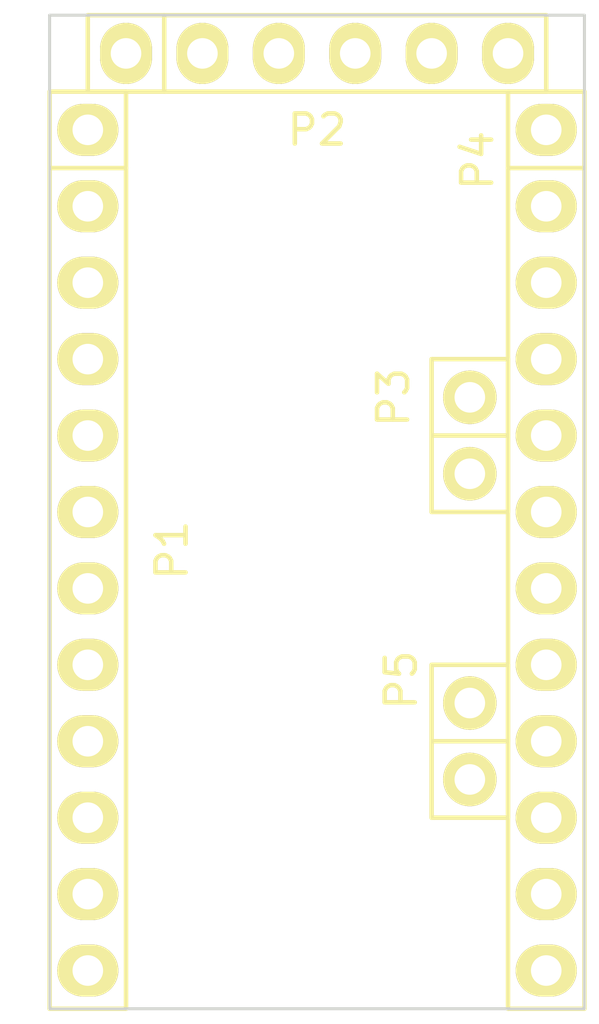
<source format=kicad_pcb>
(kicad_pcb (version 4) (host pcbnew "(2015-03-25 BZR 5536)-product")

  (general
    (links 7)
    (no_connects 7)
    (area 135.660715 80.574999 155.645001 115.015001)
    (thickness 1.6)
    (drawings 11)
    (tracks 0)
    (zones 0)
    (modules 5)
    (nets 28)
  )

  (page A4)
  (title_block
    (date "sam. 04 avril 2015")
  )

  (layers
    (0 F.Cu signal)
    (31 B.Cu signal)
    (32 B.Adhes user)
    (33 F.Adhes user)
    (34 B.Paste user)
    (35 F.Paste user)
    (36 B.SilkS user)
    (37 F.SilkS user)
    (38 B.Mask user)
    (39 F.Mask user)
    (40 Dwgs.User user)
    (41 Cmts.User user)
    (42 Eco1.User user)
    (43 Eco2.User user)
    (44 Edge.Cuts user)
    (45 Margin user)
    (46 B.CrtYd user)
    (47 F.CrtYd user)
    (48 B.Fab user)
    (49 F.Fab user)
  )

  (setup
    (last_trace_width 0.25)
    (trace_clearance 0.2)
    (zone_clearance 0.508)
    (zone_45_only no)
    (trace_min 0.2)
    (segment_width 0.15)
    (edge_width 0.1)
    (via_size 0.6)
    (via_drill 0.4)
    (via_min_size 0.4)
    (via_min_drill 0.3)
    (uvia_size 0.3)
    (uvia_drill 0.1)
    (uvias_allowed no)
    (uvia_min_size 0.2)
    (uvia_min_drill 0.1)
    (pcb_text_width 0.3)
    (pcb_text_size 1.5 1.5)
    (mod_edge_width 0.15)
    (mod_text_size 1 1)
    (mod_text_width 0.15)
    (pad_size 1.5 1.5)
    (pad_drill 0.6)
    (pad_to_mask_clearance 0)
    (aux_axis_origin 137.16 114.3)
    (visible_elements FFFFFF7F)
    (pcbplotparams
      (layerselection 0x00030_80000001)
      (usegerberextensions false)
      (excludeedgelayer true)
      (linewidth 0.100000)
      (plotframeref false)
      (viasonmask false)
      (mode 1)
      (useauxorigin false)
      (hpglpennumber 1)
      (hpglpenspeed 20)
      (hpglpendiameter 15)
      (hpglpenoverlay 2)
      (psnegative false)
      (psa4output false)
      (plotreference true)
      (plotvalue true)
      (plotinvisibletext false)
      (padsonsilk false)
      (subtractmaskfromsilk false)
      (outputformat 1)
      (mirror false)
      (drillshape 1)
      (scaleselection 1)
      (outputdirectory ""))
  )

  (net 0 "")
  (net 1 "/1(Tx)")
  (net 2 "/0(Rx)")
  (net 3 /Reset)
  (net 4 GND)
  (net 5 /2)
  (net 6 "/3(**)")
  (net 7 /4)
  (net 8 "/5(**)")
  (net 9 "/6(**)")
  (net 10 /7)
  (net 11 /8)
  (net 12 "/9(**)")
  (net 13 /DTR)
  (net 14 VCC)
  (net 15 /A5)
  (net 16 /A4)
  (net 17 /RAW)
  (net 18 /A3)
  (net 19 /A2)
  (net 20 /A1)
  (net 21 /A0)
  (net 22 "/13(SCK)")
  (net 23 "/12(MISO)")
  (net 24 "/11(**/MOSI)")
  (net 25 "/10(**/SS)")
  (net 26 /A7)
  (net 27 /A6)

  (net_class Default "This is the default net class."
    (clearance 0.2)
    (trace_width 0.25)
    (via_dia 0.6)
    (via_drill 0.4)
    (uvia_dia 0.3)
    (uvia_drill 0.1)
    (add_net "/0(Rx)")
    (add_net "/1(Tx)")
    (add_net "/10(**/SS)")
    (add_net "/11(**/MOSI)")
    (add_net "/12(MISO)")
    (add_net "/13(SCK)")
    (add_net /2)
    (add_net "/3(**)")
    (add_net /4)
    (add_net "/5(**)")
    (add_net "/6(**)")
    (add_net /7)
    (add_net /8)
    (add_net "/9(**)")
    (add_net /A0)
    (add_net /A1)
    (add_net /A2)
    (add_net /A3)
    (add_net /A4)
    (add_net /A5)
    (add_net /A6)
    (add_net /A7)
    (add_net /DTR)
    (add_net /RAW)
    (add_net /Reset)
    (add_net GND)
    (add_net VCC)
  )

  (module Socket_Arduino_Pro_Mini:Socket_Strip_Arduino_1x12 (layer F.Cu) (tedit 55216A20) (tstamp 552111CC)
    (at 138.43 85.09 270)
    (descr "Through hole socket strip")
    (tags "socket strip")
    (path /552014A1)
    (fp_text reference P1 (at 13.97 -2.794 270) (layer F.SilkS)
      (effects (font (size 1 1) (thickness 0.15)))
    )
    (fp_text value Digital (at 18.034 -2.794 270) (layer F.Fab)
      (effects (font (size 1 1) (thickness 0.15)))
    )
    (fp_line (start 1.27 -1.27) (end -1.27 -1.27) (layer F.SilkS) (width 0.15))
    (fp_line (start -1.27 -1.27) (end -1.27 1.27) (layer F.SilkS) (width 0.15))
    (fp_line (start -1.27 1.27) (end 1.27 1.27) (layer F.SilkS) (width 0.15))
    (fp_line (start -1.75 -1.75) (end -1.75 1.75) (layer F.CrtYd) (width 0.05))
    (fp_line (start 29.7 -1.75) (end 29.7 1.75) (layer F.CrtYd) (width 0.05))
    (fp_line (start -1.75 -1.75) (end 29.7 -1.75) (layer F.CrtYd) (width 0.05))
    (fp_line (start -1.75 1.75) (end 29.7 1.75) (layer F.CrtYd) (width 0.05))
    (fp_line (start 1.27 1.27) (end 29.21 1.27) (layer F.SilkS) (width 0.15))
    (fp_line (start 29.21 1.27) (end 29.21 -1.27) (layer F.SilkS) (width 0.15))
    (fp_line (start 29.21 -1.27) (end 1.27 -1.27) (layer F.SilkS) (width 0.15))
    (fp_line (start 1.27 1.27) (end 1.27 -1.27) (layer F.SilkS) (width 0.15))
    (pad 1 thru_hole oval (at 0 0 270) (size 1.7272 2.032) (drill 1.016) (layers *.Cu *.Mask F.SilkS)
      (net 1 "/1(Tx)"))
    (pad 2 thru_hole oval (at 2.54 0 270) (size 1.7272 2.032) (drill 1.016) (layers *.Cu *.Mask F.SilkS)
      (net 2 "/0(Rx)"))
    (pad 3 thru_hole oval (at 5.08 0 270) (size 1.7272 2.032) (drill 1.016) (layers *.Cu *.Mask F.SilkS)
      (net 3 /Reset))
    (pad 4 thru_hole oval (at 7.62 0 270) (size 1.7272 2.032) (drill 1.016) (layers *.Cu *.Mask F.SilkS)
      (net 4 GND))
    (pad 5 thru_hole oval (at 10.16 0 270) (size 1.7272 2.032) (drill 1.016) (layers *.Cu *.Mask F.SilkS)
      (net 5 /2))
    (pad 6 thru_hole oval (at 12.7 0 270) (size 1.7272 2.032) (drill 1.016) (layers *.Cu *.Mask F.SilkS)
      (net 6 "/3(**)"))
    (pad 7 thru_hole oval (at 15.24 0 270) (size 1.7272 2.032) (drill 1.016) (layers *.Cu *.Mask F.SilkS)
      (net 7 /4))
    (pad 8 thru_hole oval (at 17.78 0 270) (size 1.7272 2.032) (drill 1.016) (layers *.Cu *.Mask F.SilkS)
      (net 8 "/5(**)"))
    (pad 9 thru_hole oval (at 20.32 0 270) (size 1.7272 2.032) (drill 1.016) (layers *.Cu *.Mask F.SilkS)
      (net 9 "/6(**)"))
    (pad 10 thru_hole oval (at 22.86 0 270) (size 1.7272 2.032) (drill 1.016) (layers *.Cu *.Mask F.SilkS)
      (net 10 /7))
    (pad 11 thru_hole oval (at 25.4 0 270) (size 1.7272 2.032) (drill 1.016) (layers *.Cu *.Mask F.SilkS)
      (net 11 /8))
    (pad 12 thru_hole oval (at 27.94 0 270) (size 1.7272 2.032) (drill 1.016) (layers *.Cu *.Mask F.SilkS)
      (net 12 "/9(**)"))
    (model ${KIPRJMOD}/Socket_Arduino_Pro_Mini.3dshapes/Socket_header_Arduino_1x12.wrl
      (at (xyz 0.55 0 0))
      (scale (xyz 1 1 1))
      (rotate (xyz 0 0 180))
    )
  )

  (module Socket_Arduino_Pro_Mini:Socket_Strip_Arduino_1x06 (layer F.Cu) (tedit 55211244) (tstamp 552111E1)
    (at 139.7 82.55)
    (descr "Through hole socket strip")
    (tags "socket strip")
    (path /55201543)
    (fp_text reference P2 (at 6.35 2.54) (layer F.SilkS)
      (effects (font (size 1 1) (thickness 0.15)))
    )
    (fp_text value COM (at 6.35 3.81) (layer F.Fab)
      (effects (font (size 1 1) (thickness 0.15)))
    )
    (fp_line (start 1.27 -1.27) (end -1.27 -1.27) (layer F.SilkS) (width 0.15))
    (fp_line (start -1.27 -1.27) (end -1.27 1.27) (layer F.SilkS) (width 0.15))
    (fp_line (start -1.27 1.27) (end 1.27 1.27) (layer F.SilkS) (width 0.15))
    (fp_line (start -1.75 -1.75) (end -1.75 1.75) (layer F.CrtYd) (width 0.05))
    (fp_line (start 14.45 -1.75) (end 14.45 1.75) (layer F.CrtYd) (width 0.05))
    (fp_line (start -1.75 -1.75) (end 14.45 -1.75) (layer F.CrtYd) (width 0.05))
    (fp_line (start -1.75 1.75) (end 14.45 1.75) (layer F.CrtYd) (width 0.05))
    (fp_line (start 1.27 1.27) (end 13.97 1.27) (layer F.SilkS) (width 0.15))
    (fp_line (start 13.97 1.27) (end 13.97 -1.27) (layer F.SilkS) (width 0.15))
    (fp_line (start 13.97 -1.27) (end 1.27 -1.27) (layer F.SilkS) (width 0.15))
    (fp_line (start 1.27 1.27) (end 1.27 -1.27) (layer F.SilkS) (width 0.15))
    (pad 1 thru_hole oval (at 0 0) (size 1.7272 2.032) (drill 1.016) (layers *.Cu *.Mask F.SilkS)
      (net 13 /DTR))
    (pad 2 thru_hole oval (at 2.54 0) (size 1.7272 2.032) (drill 1.016) (layers *.Cu *.Mask F.SilkS)
      (net 1 "/1(Tx)"))
    (pad 3 thru_hole oval (at 5.08 0) (size 1.7272 2.032) (drill 1.016) (layers *.Cu *.Mask F.SilkS)
      (net 2 "/0(Rx)"))
    (pad 4 thru_hole oval (at 7.62 0) (size 1.7272 2.032) (drill 1.016) (layers *.Cu *.Mask F.SilkS)
      (net 14 VCC))
    (pad 5 thru_hole oval (at 10.16 0) (size 1.7272 2.032) (drill 1.016) (layers *.Cu *.Mask F.SilkS)
      (net 4 GND))
    (pad 6 thru_hole oval (at 12.7 0) (size 1.7272 2.032) (drill 1.016) (layers *.Cu *.Mask F.SilkS)
      (net 4 GND))
  )

  (module Socket_Arduino_Pro_Mini:Socket_Strip_Arduino_1x02 (layer F.Cu) (tedit 55211235) (tstamp 552111F2)
    (at 151.13 93.98 270)
    (descr "Through hole socket strip")
    (tags "socket strip")
    (path /55201A4F)
    (fp_text reference P3 (at 0 2.54 270) (layer F.SilkS)
      (effects (font (size 1 1) (thickness 0.15)))
    )
    (fp_text value ADC (at 2.54 2.54 270) (layer F.Fab)
      (effects (font (size 1 1) (thickness 0.15)))
    )
    (fp_line (start 1.27 -1.27) (end -1.27 -1.27) (layer F.SilkS) (width 0.15))
    (fp_line (start -1.27 -1.27) (end -1.27 1.27) (layer F.SilkS) (width 0.15))
    (fp_line (start -1.27 1.27) (end 1.27 1.27) (layer F.SilkS) (width 0.15))
    (fp_line (start 3.81 1.27) (end 1.27 1.27) (layer F.SilkS) (width 0.15))
    (fp_line (start -1.75 -1.75) (end -1.75 1.75) (layer F.CrtYd) (width 0.05))
    (fp_line (start 4.3 -1.75) (end 4.3 1.75) (layer F.CrtYd) (width 0.05))
    (fp_line (start -1.75 -1.75) (end 4.3 -1.75) (layer F.CrtYd) (width 0.05))
    (fp_line (start -1.75 1.75) (end 4.3 1.75) (layer F.CrtYd) (width 0.05))
    (fp_line (start 1.27 1.27) (end 1.27 -1.27) (layer F.SilkS) (width 0.15))
    (fp_line (start 1.27 -1.27) (end 3.81 -1.27) (layer F.SilkS) (width 0.15))
    (fp_line (start 3.81 -1.27) (end 3.81 1.27) (layer F.SilkS) (width 0.15))
    (pad 1 thru_hole circle (at 0 0 270) (size 1.778 1.778) (drill 1.016) (layers *.Cu *.Mask F.SilkS)
      (net 15 /A5))
    (pad 2 thru_hole circle (at 2.54 0 270) (size 1.778 1.778) (drill 1.016) (layers *.Cu *.Mask F.SilkS)
      (net 16 /A4))
  )

  (module Socket_Arduino_Pro_Mini:Socket_Strip_Arduino_1x12 (layer F.Cu) (tedit 5521133F) (tstamp 5521120D)
    (at 153.67 85.09 270)
    (descr "Through hole socket strip")
    (tags "socket strip")
    (path /552014EF)
    (fp_text reference P4 (at 1.016 2.286 270) (layer F.SilkS)
      (effects (font (size 1 1) (thickness 0.15)))
    )
    (fp_text value Analog (at 4.826 2.54 270) (layer F.Fab)
      (effects (font (size 1 1) (thickness 0.15)))
    )
    (fp_line (start 1.27 -1.27) (end -1.27 -1.27) (layer F.SilkS) (width 0.15))
    (fp_line (start -1.27 -1.27) (end -1.27 1.27) (layer F.SilkS) (width 0.15))
    (fp_line (start -1.27 1.27) (end 1.27 1.27) (layer F.SilkS) (width 0.15))
    (fp_line (start -1.75 -1.75) (end -1.75 1.75) (layer F.CrtYd) (width 0.05))
    (fp_line (start 29.7 -1.75) (end 29.7 1.75) (layer F.CrtYd) (width 0.05))
    (fp_line (start -1.75 -1.75) (end 29.7 -1.75) (layer F.CrtYd) (width 0.05))
    (fp_line (start -1.75 1.75) (end 29.7 1.75) (layer F.CrtYd) (width 0.05))
    (fp_line (start 1.27 1.27) (end 29.21 1.27) (layer F.SilkS) (width 0.15))
    (fp_line (start 29.21 1.27) (end 29.21 -1.27) (layer F.SilkS) (width 0.15))
    (fp_line (start 29.21 -1.27) (end 1.27 -1.27) (layer F.SilkS) (width 0.15))
    (fp_line (start 1.27 1.27) (end 1.27 -1.27) (layer F.SilkS) (width 0.15))
    (pad 1 thru_hole oval (at 0 0 270) (size 1.7272 2.032) (drill 1.016) (layers *.Cu *.Mask F.SilkS)
      (net 17 /RAW))
    (pad 2 thru_hole oval (at 2.54 0 270) (size 1.7272 2.032) (drill 1.016) (layers *.Cu *.Mask F.SilkS)
      (net 4 GND))
    (pad 3 thru_hole oval (at 5.08 0 270) (size 1.7272 2.032) (drill 1.016) (layers *.Cu *.Mask F.SilkS)
      (net 3 /Reset))
    (pad 4 thru_hole oval (at 7.62 0 270) (size 1.7272 2.032) (drill 1.016) (layers *.Cu *.Mask F.SilkS)
      (net 14 VCC))
    (pad 5 thru_hole oval (at 10.16 0 270) (size 1.7272 2.032) (drill 1.016) (layers *.Cu *.Mask F.SilkS)
      (net 18 /A3))
    (pad 6 thru_hole oval (at 12.7 0 270) (size 1.7272 2.032) (drill 1.016) (layers *.Cu *.Mask F.SilkS)
      (net 19 /A2))
    (pad 7 thru_hole oval (at 15.24 0 270) (size 1.7272 2.032) (drill 1.016) (layers *.Cu *.Mask F.SilkS)
      (net 20 /A1))
    (pad 8 thru_hole oval (at 17.78 0 270) (size 1.7272 2.032) (drill 1.016) (layers *.Cu *.Mask F.SilkS)
      (net 21 /A0))
    (pad 9 thru_hole oval (at 20.32 0 270) (size 1.7272 2.032) (drill 1.016) (layers *.Cu *.Mask F.SilkS)
      (net 22 "/13(SCK)"))
    (pad 10 thru_hole oval (at 22.86 0 270) (size 1.7272 2.032) (drill 1.016) (layers *.Cu *.Mask F.SilkS)
      (net 23 "/12(MISO)"))
    (pad 11 thru_hole oval (at 25.4 0 270) (size 1.7272 2.032) (drill 1.016) (layers *.Cu *.Mask F.SilkS)
      (net 24 "/11(**/MOSI)"))
    (pad 12 thru_hole oval (at 27.94 0 270) (size 1.7272 2.032) (drill 1.016) (layers *.Cu *.Mask F.SilkS)
      (net 25 "/10(**/SS)"))
    (model ${KIPRJMOD}/Socket_Arduino_Pro_Mini.3dshapes/Socket_header_Arduino_1x12.wrl
      (at (xyz 0.55 0 0))
      (scale (xyz 1 1 1))
      (rotate (xyz 0 0 180))
    )
  )

  (module Socket_Arduino_Pro_Mini:Socket_Strip_Arduino_1x02 (layer F.Cu) (tedit 55211334) (tstamp 55211431)
    (at 151.13 104.14 270)
    (descr "Through hole socket strip")
    (tags "socket strip")
    (path /552112EB)
    (fp_text reference P5 (at -0.762 2.286 270) (layer F.SilkS)
      (effects (font (size 1 1) (thickness 0.15)))
    )
    (fp_text value ADC (at 2.032 2.286 270) (layer F.Fab)
      (effects (font (size 1 1) (thickness 0.15)))
    )
    (fp_line (start 1.27 -1.27) (end -1.27 -1.27) (layer F.SilkS) (width 0.15))
    (fp_line (start -1.27 -1.27) (end -1.27 1.27) (layer F.SilkS) (width 0.15))
    (fp_line (start -1.27 1.27) (end 1.27 1.27) (layer F.SilkS) (width 0.15))
    (fp_line (start 3.81 1.27) (end 1.27 1.27) (layer F.SilkS) (width 0.15))
    (fp_line (start -1.75 -1.75) (end -1.75 1.75) (layer F.CrtYd) (width 0.05))
    (fp_line (start 4.3 -1.75) (end 4.3 1.75) (layer F.CrtYd) (width 0.05))
    (fp_line (start -1.75 -1.75) (end 4.3 -1.75) (layer F.CrtYd) (width 0.05))
    (fp_line (start -1.75 1.75) (end 4.3 1.75) (layer F.CrtYd) (width 0.05))
    (fp_line (start 1.27 1.27) (end 1.27 -1.27) (layer F.SilkS) (width 0.15))
    (fp_line (start 1.27 -1.27) (end 3.81 -1.27) (layer F.SilkS) (width 0.15))
    (fp_line (start 3.81 -1.27) (end 3.81 1.27) (layer F.SilkS) (width 0.15))
    (pad 1 thru_hole circle (at 0 0 270) (size 1.778 1.778) (drill 1.016) (layers *.Cu *.Mask F.SilkS)
      (net 26 /A7))
    (pad 2 thru_hole circle (at 2.54 0 270) (size 1.778 1.778) (drill 1.016) (layers *.Cu *.Mask F.SilkS)
      (net 27 /A6))
  )

  (gr_text 1 (at 136.525 85.217) (layer Dwgs.User)
    (effects (font (size 1.5 1.5) (thickness 0.3)))
  )
  (gr_line (start 143.51 113.03) (end 143.51 107.95) (angle 90) (layer Dwgs.User) (width 0.15))
  (gr_line (start 148.59 113.03) (end 143.51 113.03) (angle 90) (layer Dwgs.User) (width 0.15))
  (gr_line (start 148.59 107.95) (end 148.59 113.03) (angle 90) (layer Dwgs.User) (width 0.15))
  (gr_line (start 143.51 107.95) (end 148.59 107.95) (angle 90) (layer Dwgs.User) (width 0.15))
  (gr_circle (center 146.05 110.49) (end 144.78 110.49) (layer Dwgs.User) (width 0.15))
  (gr_line (start 139.7 114.3) (end 137.16 114.3) (angle 90) (layer Dwgs.User) (width 0.2))
  (gr_line (start 154.94 114.3) (end 137.16 114.3) (angle 90) (layer Edge.Cuts) (width 0.1))
  (gr_line (start 154.94 81.28) (end 154.94 114.3) (angle 90) (layer Edge.Cuts) (width 0.1))
  (gr_line (start 137.16 81.28) (end 154.94 81.28) (angle 90) (layer Edge.Cuts) (width 0.1))
  (gr_line (start 137.16 114.3) (end 137.16 81.28) (angle 90) (layer Edge.Cuts) (width 0.1))

)

</source>
